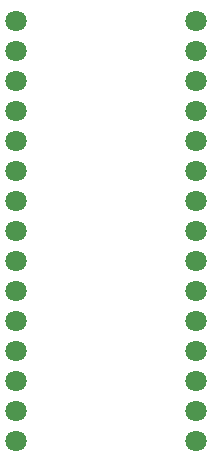
<source format=gbr>
%TF.GenerationSoftware,KiCad,Pcbnew,(6.0.4)*%
%TF.CreationDate,2022-05-03T13:51:14+02:00*%
%TF.ProjectId,nano_samc21e,6e616e6f-5f73-4616-9d63-3231652e6b69,rev?*%
%TF.SameCoordinates,Original*%
%TF.FileFunction,Paste,Bot*%
%TF.FilePolarity,Positive*%
%FSLAX46Y46*%
G04 Gerber Fmt 4.6, Leading zero omitted, Abs format (unit mm)*
G04 Created by KiCad (PCBNEW (6.0.4)) date 2022-05-03 13:51:14*
%MOMM*%
%LPD*%
G01*
G04 APERTURE LIST*
%ADD10C,1.800000*%
G04 APERTURE END LIST*
D10*
%TO.C,J2*%
X31870000Y-52030000D03*
X31870000Y-49490000D03*
X31870000Y-46950000D03*
X31870000Y-44410000D03*
X31870000Y-41870000D03*
X31870000Y-39330000D03*
X31870000Y-36790000D03*
X31870000Y-34250000D03*
X31870000Y-31710000D03*
X31870000Y-29170000D03*
X31870000Y-26630000D03*
X31870000Y-24090000D03*
X31870000Y-21550000D03*
X31870000Y-19010000D03*
X31870000Y-16470000D03*
X16630000Y-16470000D03*
X16630000Y-19010000D03*
X16630000Y-21550000D03*
X16630000Y-24090000D03*
X16630000Y-26630000D03*
X16630000Y-29170000D03*
X16630000Y-31710000D03*
X16630000Y-34250000D03*
X16630000Y-36790000D03*
X16630000Y-39330000D03*
X16630000Y-41870000D03*
X16630000Y-44410000D03*
X16630000Y-46950000D03*
X16630000Y-49490000D03*
X16630000Y-52030000D03*
%TD*%
M02*

</source>
